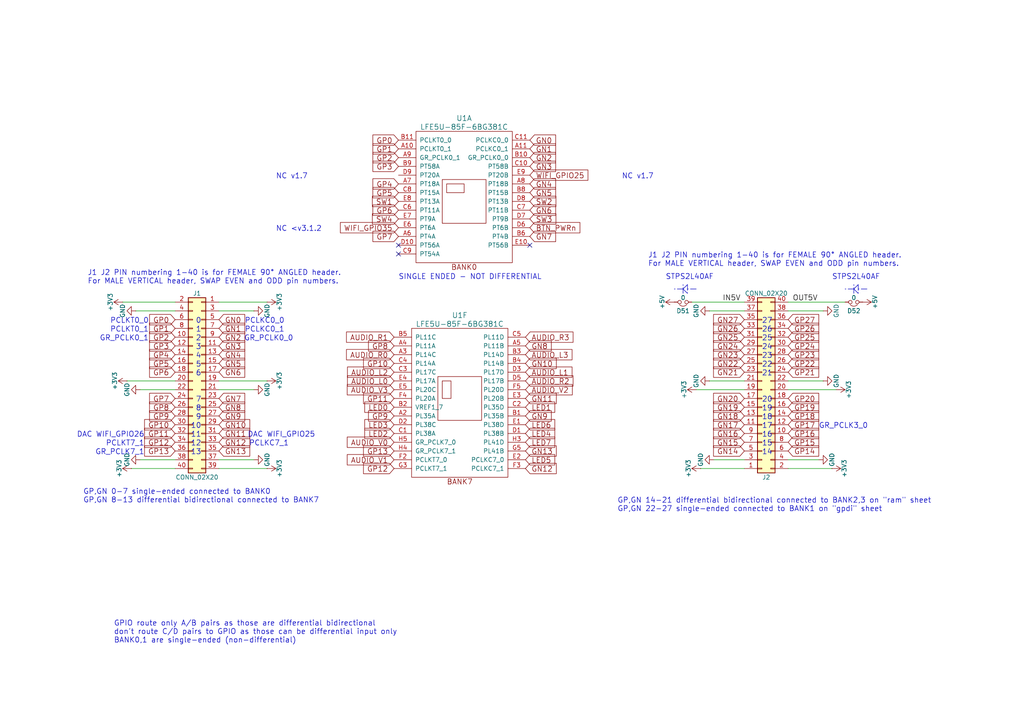
<source format=kicad_sch>
(kicad_sch (version 20250114) (generator "eeschema") (generator_version "9.0")
  (paper "A4")
  (text "STPS2L40AF" (at 193.04 81.28 0) (effects (font (size 1.524 1.524)) (justify left bottom)))
  (text "24" (at 220.98 101.6 0) (effects (font (size 1.524 1.524)) (justify left bottom)))
  (text "0" (at 58.42 93.98 0) (effects (font (size 1.524 1.524)) (justify right bottom)))
  (text "9" (at 58.42 121.92 0) (effects (font (size 1.524 1.524)) (justify right bottom)))
  (text "4" (at 58.42 104.14 0) (effects (font (size 1.524 1.524)) (justify right bottom)))
  (text "11" (at 58.42 127 0) (effects (font (size 1.524 1.524)) (justify right bottom)))
  (text "DAC WIFI_GPIO25" (at 91.44 127 0) (effects (font (size 1.524 1.524)) (justify right bottom)))
  (text "23" (at 220.98 104.14 0) (effects (font (size 1.524 1.524)) (justify left bottom)))
  (text "NC v1.7" (at 180.34 52.07 0) (effects (font (size 1.524 1.524)) (justify left bottom)))
  (text "10" (at 58.42 124.46 0) (effects (font (size 1.524 1.524)) (justify right bottom)))
  (text "14" (at 220.98 132.08 0) (effects (font (size 1.524 1.524)) (justify left bottom)))
  (text "19" (at 220.98 119.38 0) (effects (font (size 1.524 1.524)) (justify left bottom)))
  (text "GP,GN 14-21 differential bidirectional connected to BANK2,3 on \"ram\" sheet\nGP,GN 22-27 single-ended connected to BANK1 on \"gpdi\" sheet" (at 179.07 148.59 0) (effects (font (size 1.524 1.524)) (justify left bottom)))
  (text "PCLKC0_1" (at 82.55 96.52 0) (effects (font (size 1.524 1.524)) (justify right bottom)))
  (text "8" (at 58.42 119.38 0) (effects (font (size 1.524 1.524)) (justify right bottom)))
  (text "20" (at 220.98 116.84 0) (effects (font (size 1.524 1.524)) (justify left bottom)))
  (text "GR_PCLK3_0" (at 237.49 124.46 0) (effects (font (size 1.524 1.524)) (justify left bottom)))
  (text "STPS2L40AF" (at 241.3 81.28 0) (effects (font (size 1.524 1.524)) (justify left bottom)))
  (text "GR_PCLK0_1" (at 43.18 99.06 0) (effects (font (size 1.524 1.524)) (justify right bottom)))
  (text "DAC WIFI_GPIO26" (at 41.91 127 0) (effects (font (size 1.524 1.524)) (justify right bottom)))
  (text "15" (at 220.98 129.54 0) (effects (font (size 1.524 1.524)) (justify left bottom)))
  (text "PCLKC0_0" (at 82.55 93.98 0) (effects (font (size 1.524 1.524)) (justify right bottom)))
  (text "NC v1.7" (at 80.01 52.07 0) (effects (font (size 1.524 1.524)) (justify left bottom)))
  (text "SINGLE ENDED - NOT DIFFERENTIAL" (at 115.57 81.28 0) (effects (font (size 1.524 1.524)) (justify left bottom)))
  (text "16" (at 220.98 127 0) (effects (font (size 1.524 1.524)) (justify left bottom)))
  (text "26" (at 220.98 96.52 0) (effects (font (size 1.524 1.524)) (justify left bottom)))
  (text "J1 J2 PIN numbering 1-40 is for FEMALE 90° ANGLED header.\nFor MALE VERTICAL header, SWAP EVEN and ODD pin numbers." (at 187.96 77.47 0) (effects (font (size 1.524 1.524)) (justify left bottom)))
  (text "3" (at 58.42 101.6 0) (effects (font (size 1.524 1.524)) (justify right bottom)))
  (text "6" (at 58.42 109.22 0) (effects (font (size 1.524 1.524)) (justify right bottom)))
  (text "GR_PCLK7_1" (at 41.91 132.08 0) (effects (font (size 1.524 1.524)) (justify right bottom)))
  (text "5" (at 58.42 106.68 0) (effects (font (size 1.524 1.524)) (justify right bottom)))
  (text "PCLKT0_1" (at 43.18 96.52 0) (effects (font (size 1.524 1.524)) (justify right bottom)))
  (text "GR_PCLK0_0" (at 85.09 99.06 0) (effects (font (size 1.524 1.524)) (justify right bottom)))
  (text "18" (at 220.98 121.92 0) (effects (font (size 1.524 1.524)) (justify left bottom)))
  (text "NC <v3.1.2" (at 80.01 67.31 0) (effects (font (size 1.524 1.524)) (justify left bottom)))
  (text "12" (at 58.42 129.54 0) (effects (font (size 1.524 1.524)) (justify right bottom)))
  (text "PCLKT7_1" (at 41.91 129.54 0) (effects (font (size 1.524 1.524)) (justify right bottom)))
  (text "25" (at 220.98 99.06 0) (effects (font (size 1.524 1.524)) (justify left bottom)))
  (text "13" (at 58.42 132.08 0) (effects (font (size 1.524 1.524)) (justify right bottom)))
  (text "GP,GN 0-7 single-ended connected to BANK0\nGP,GN 8-13 differential bidirectional connected to BANK7" (at 24.13 146.05 0) (effects (font (size 1.524 1.524)) (justify left bottom)))
  (text "J1 J2 PIN numbering 1-40 is for FEMALE 90° ANGLED header.\nFor MALE VERTICAL header, SWAP EVEN and ODD pin numbers." (at 25.4 82.55 0) (effects (font (size 1.524 1.524)) (justify left bottom)))
  (text "2" (at 58.42 99.06 0) (effects (font (size 1.524 1.524)) (justify right bottom)))
  (text "17" (at 220.98 124.46 0) (effects (font (size 1.524 1.524)) (justify left bottom)))
  (text "27" (at 220.98 93.98 0) (effects (font (size 1.524 1.524)) (justify left bottom)))
  (text "1" (at 58.42 96.52 0) (effects (font (size 1.524 1.524)) (justify right bottom)))
  (text "7" (at 58.42 116.84 0) (effects (font (size 1.524 1.524)) (justify right bottom)))
  (text "PCLKC7_1" (at 83.82 129.54 0) (effects (font (size 1.524 1.524)) (justify right bottom)))
  (text "22" (at 220.98 106.68 0) (effects (font (size 1.524 1.524)) (justify left bottom)))
  (text "PCLKT0_0" (at 43.18 93.98 0) (effects (font (size 1.524 1.524)) (justify right bottom)))
  (text "21" (at 220.98 109.22 0) (effects (font (size 1.524 1.524)) (justify left bottom)))
  (text "GPIO route only A/B pairs as those are differential bidirectional\ndon't route C/D pairs to GPIO as those can be differential input only\nBANK0,1 are single-ended (non-differential)" (at 33.02 186.69 0) (effects (font (size 1.524 1.524)) (justify left bottom)))
  (no_connect (at 153.67 71.12))
  (no_connect (at 115.57 71.12))
  (no_connect (at 115.57 73.66))
  (polyline (pts (xy 247.65 83.82) (xy 245.11 83.82)) (stroke (width 0) (type dash)))
  (wire (pts (xy 205.74 90.17) (xy 215.9 90.17)))
  (wire (pts (xy 39.37 90.17) (xy 50.8 90.17)))
  (polyline (pts (xy 199.39 82.55) (xy 198.12 83.82)) (stroke (width 0) (type dash)))
  (wire (pts (xy 73.66 113.03) (xy 63.5 113.03)))
  (polyline (pts (xy 198.12 83.82) (xy 195.58 83.82)) (stroke (width 0) (type dash)))
  (wire (pts (xy 207.01 133.35) (xy 215.9 133.35)))
  (wire (pts (xy 73.66 133.35) (xy 63.5 133.35)))
  (wire (pts (xy 228.6 90.17) (xy 238.76 90.17)))
  (polyline (pts (xy 201.93 83.82) (xy 199.39 83.82)) (stroke (width 0) (type dash)))
  (polyline (pts (xy 251.46 83.82) (xy 248.92 83.82)) (stroke (width 0) (type dash)))
  (wire (pts (xy 50.8 135.89) (xy 38.1 135.89)))
  (wire (pts (xy 228.6 87.63) (xy 245.11 87.63)))
  (wire (pts (xy 73.66 90.17) (xy 63.5 90.17)))
  (polyline (pts (xy 198.12 85.09) (xy 198.12 82.55)) (stroke (width 0) (type dash)))
  (wire (pts (xy 50.8 87.63) (xy 35.56 87.63)))
  (wire (pts (xy 205.74 110.49) (xy 215.9 110.49)))
  (wire (pts (xy 77.47 135.89) (xy 63.5 135.89)))
  (wire (pts (xy 50.8 133.35) (xy 40.64 133.35)))
  (wire (pts (xy 237.49 133.35) (xy 228.6 133.35)))
  (wire (pts (xy 40.64 113.03) (xy 50.8 113.03)))
  (polyline (pts (xy 199.39 82.55) (xy 199.39 85.09)) (stroke (width 0) (type dash)))
  (wire (pts (xy 200.66 87.63) (xy 215.9 87.63)))
  (wire (pts (xy 228.6 135.89) (xy 241.3 135.89)))
  (wire (pts (xy 228.6 113.03) (xy 242.57 113.03)))
  (wire (pts (xy 201.93 113.03) (xy 215.9 113.03)))
  (polyline (pts (xy 198.12 83.82) (xy 199.39 85.09)) (stroke (width 0) (type dash)))
  (polyline (pts (xy 247.65 85.09) (xy 247.65 82.55)) (stroke (width 0) (type dash)))
  (polyline (pts (xy 247.65 83.82) (xy 248.92 85.09)) (stroke (width 0) (type dash)))
  (polyline (pts (xy 248.92 82.55) (xy 248.92 85.09)) (stroke (width 0) (type dash)))
  (wire (pts (xy 50.8 110.49) (xy 36.83 110.49)))
  (wire (pts (xy 238.76 110.49) (xy 228.6 110.49)))
  (polyline (pts (xy 248.92 82.55) (xy 247.65 83.82)) (stroke (width 0) (type dash)))
  (wire (pts (xy 77.47 110.49) (xy 63.5 110.49)))
  (wire (pts (xy 215.9 135.89) (xy 203.2 135.89)))
  (wire (pts (xy 63.5 87.63) (xy 77.47 87.63)))
  (label "OUT5V" (at 229.87 87.63 0) (effects (font (size 1.524 1.524))))
  (label "IN5V" (at 209.55 87.63 0) (effects (font (size 1.524 1.524))))
  (global_label "GN14" (shape input) (at 215.9 130.81 180) (effects (font (size 1.524 1.524))) (property "Intersheetrefs" "${INTERSHEET_REFS}" (effects (hide yes))))
  (global_label "GP9" (shape input) (at 114.3 120.65 180) (effects (font (size 1.524 1.524))) (property "Intersheetrefs" "${INTERSHEET_REFS}" (effects (hide yes))))
  (global_label "AUDIO_L0" (shape input) (at 114.3 110.49 180) (effects (font (size 1.524 1.524))) (property "Intersheetrefs" "${INTERSHEET_REFS}" (effects (hide yes))))
  (global_label "GN5" (shape input) (at 63.5 105.41 0) (effects (font (size 1.524 1.524))) (property "Intersheetrefs" "${INTERSHEET_REFS}" (effects (hide yes))))
  (global_label "GP0" (shape input) (at 115.57 40.64 180) (effects (font (size 1.524 1.524))) (property "Intersheetrefs" "${INTERSHEET_REFS}" (effects (hide yes))))
  (global_label "GP6" (shape input) (at 115.57 60.96 180) (effects (font (size 1.524 1.524))) (property "Intersheetrefs" "${INTERSHEET_REFS}" (effects (hide yes))))
  (global_label "GN2" (shape input) (at 153.67 45.72 0) (effects (font (size 1.524 1.524))) (property "Intersheetrefs" "${INTERSHEET_REFS}" (effects (hide yes))))
  (global_label "LED0" (shape input) (at 114.3 118.11 180) (effects (font (size 1.524 1.524))) (property "Intersheetrefs" "${INTERSHEET_REFS}" (effects (hide yes))))
  (global_label "GN21" (shape input) (at 215.9 107.95 180) (effects (font (size 1.524 1.524))) (property "Intersheetrefs" "${INTERSHEET_REFS}" (effects (hide yes))))
  (global_label "GP27" (shape input) (at 228.6 92.71 0) (effects (font (size 1.524 1.524))) (property "Intersheetrefs" "${INTERSHEET_REFS}" (effects (hide yes))))
  (global_label "GP18" (shape input) (at 228.6 120.65 0) (effects (font (size 1.524 1.524))) (property "Intersheetrefs" "${INTERSHEET_REFS}" (effects (hide yes))))
  (global_label "SW1" (shape input) (at 115.57 58.42 180) (effects (font (size 1.524 1.524))) (property "Intersheetrefs" "${INTERSHEET_REFS}" (effects (hide yes))))
  (global_label "GN12" (shape input) (at 63.5 128.27 0) (effects (font (size 1.524 1.524))) (property "Intersheetrefs" "${INTERSHEET_REFS}" (effects (hide yes))))
  (global_label "GN13" (shape input) (at 152.4 130.81 0) (effects (font (size 1.524 1.524))) (property "Intersheetrefs" "${INTERSHEET_REFS}" (effects (hide yes))))
  (global_label "GP3" (shape input) (at 115.57 48.26 180) (effects (font (size 1.524 1.524))) (property "Intersheetrefs" "${INTERSHEET_REFS}" (effects (hide yes))))
  (global_label "GN7" (shape input) (at 63.5 115.57 0) (effects (font (size 1.524 1.524))) (property "Intersheetrefs" "${INTERSHEET_REFS}" (effects (hide yes))))
  (global_label "AUDIO_R1" (shape input) (at 114.3 97.79 180) (effects (font (size 1.524 1.524))) (property "Intersheetrefs" "${INTERSHEET_REFS}" (effects (hide yes))))
  (global_label "GP11" (shape input) (at 114.3 115.57 180) (effects (font (size 1.524 1.524))) (property "Intersheetrefs" "${INTERSHEET_REFS}" (effects (hide yes))))
  (global_label "GP8" (shape input) (at 50.8 118.11 180) (effects (font (size 1.524 1.524))) (property "Intersheetrefs" "${INTERSHEET_REFS}" (effects (hide yes))))
  (global_label "LED2" (shape input) (at 114.3 125.73 180) (effects (font (size 1.524 1.524))) (property "Intersheetrefs" "${INTERSHEET_REFS}" (effects (hide yes))))
  (global_label "GP11" (shape input) (at 50.8 125.73 180) (effects (font (size 1.524 1.524))) (property "Intersheetrefs" "${INTERSHEET_REFS}" (effects (hide yes))))
  (global_label "GN3" (shape input) (at 63.5 100.33 0) (effects (font (size 1.524 1.524))) (property "Intersheetrefs" "${INTERSHEET_REFS}" (effects (hide yes))))
  (global_label "WIFI_GPIO25" (shape input) (at 153.67 50.8 0) (effects (font (size 1.524 1.524))) (property "Intersheetrefs" "${INTERSHEET_REFS}" (effects (hide yes))))
  (global_label "GN5" (shape input) (at 153.67 55.88 0) (effects (font (size 1.524 1.524))) (property "Intersheetrefs" "${INTERSHEET_REFS}" (effects (hide yes))))
  (global_label "SW3" (shape input) (at 153.67 63.5 0) (effects (font (size 1.524 1.524))) (property "Intersheetrefs" "${INTERSHEET_REFS}" (effects (hide yes))))
  (global_label "AUDIO_L2" (shape input) (at 114.3 107.95 180) (effects (font (size 1.524 1.524))) (property "Intersheetrefs" "${INTERSHEET_REFS}" (effects (hide yes))))
  (global_label "LED7" (shape input) (at 152.4 128.27 0) (effects (font (size 1.524 1.524))) (property "Intersheetrefs" "${INTERSHEET_REFS}" (effects (hide yes))))
  (global_label "GN4" (shape input) (at 63.5 102.87 0) (effects (font (size 1.524 1.524))) (property "Intersheetrefs" "${INTERSHEET_REFS}" (effects (hide yes))))
  (global_label "GN27" (shape input) (at 215.9 92.71 180) (effects (font (size 1.524 1.524))) (property "Intersheetrefs" "${INTERSHEET_REFS}" (effects (hide yes))))
  (global_label "GP26" (shape input) (at 228.6 95.25 0) (effects (font (size 1.524 1.524))) (property "Intersheetrefs" "${INTERSHEET_REFS}" (effects (hide yes))))
  (global_label "GP20" (shape input) (at 228.6 115.57 0) (effects (font (size 1.524 1.524))) (property "Intersheetrefs" "${INTERSHEET_REFS}" (effects (hide yes))))
  (global_label "GN24" (shape input) (at 215.9 100.33 180) (effects (font (size 1.524 1.524))) (property "Intersheetrefs" "${INTERSHEET_REFS}" (effects (hide yes))))
  (global_label "GP4" (shape input) (at 50.8 102.87 180) (effects (font (size 1.524 1.524))) (property "Intersheetrefs" "${INTERSHEET_REFS}" (effects (hide yes))))
  (global_label "GN8" (shape input) (at 152.4 100.33 0) (effects (font (size 1.524 1.524))) (property "Intersheetrefs" "${INTERSHEET_REFS}" (effects (hide yes))))
  (global_label "GP7" (shape input) (at 50.8 115.57 180) (effects (font (size 1.524 1.524))) (property "Intersheetrefs" "${INTERSHEET_REFS}" (effects (hide yes))))
  (global_label "SW2" (shape input) (at 153.67 58.42 0) (effects (font (size 1.524 1.524))) (property "Intersheetrefs" "${INTERSHEET_REFS}" (effects (hide yes))))
  (global_label "GP8" (shape input) (at 114.3 100.33 180) (effects (font (size 1.524 1.524))) (property "Intersheetrefs" "${INTERSHEET_REFS}" (effects (hide yes))))
  (global_label "AUDIO_V0" (shape input) (at 114.3 128.27 180) (effects (font (size 1.524 1.524))) (property "Intersheetrefs" "${INTERSHEET_REFS}" (effects (hide yes))))
  (global_label "GN9" (shape input) (at 63.5 120.65 0) (effects (font (size 1.524 1.524))) (property "Intersheetrefs" "${INTERSHEET_REFS}" (effects (hide yes))))
  (global_label "SW4" (shape input) (at 115.57 63.5 180) (effects (font (size 1.524 1.524))) (property "Intersheetrefs" "${INTERSHEET_REFS}" (effects (hide yes))))
  (global_label "GP5" (shape input) (at 50.8 105.41 180) (effects (font (size 1.524 1.524))) (property "Intersheetrefs" "${INTERSHEET_REFS}" (effects (hide yes))))
  (global_label "GN16" (shape input) (at 215.9 125.73 180) (effects (font (size 1.524 1.524))) (property "Intersheetrefs" "${INTERSHEET_REFS}" (effects (hide yes))))
  (global_label "GN11" (shape input) (at 152.4 115.57 0) (effects (font (size 1.524 1.524))) (property "Intersheetrefs" "${INTERSHEET_REFS}" (effects (hide yes))))
  (global_label "GP1" (shape input) (at 115.57 43.18 180) (effects (font (size 1.524 1.524))) (property "Intersheetrefs" "${INTERSHEET_REFS}" (effects (hide yes))))
  (global_label "GN2" (shape input) (at 63.5 97.79 0) (effects (font (size 1.524 1.524))) (property "Intersheetrefs" "${INTERSHEET_REFS}" (effects (hide yes))))
  (global_label "LED6" (shape input) (at 152.4 123.19 0) (effects (font (size 1.524 1.524))) (property "Intersheetrefs" "${INTERSHEET_REFS}" (effects (hide yes))))
  (global_label "AUDIO_R2" (shape input) (at 152.4 110.49 0) (effects (font (size 1.524 1.524))) (property "Intersheetrefs" "${INTERSHEET_REFS}" (effects (hide yes))))
  (global_label "GP13" (shape input) (at 114.3 130.81 180) (effects (font (size 1.524 1.524))) (property "Intersheetrefs" "${INTERSHEET_REFS}" (effects (hide yes))))
  (global_label "GP3" (shape input) (at 50.8 100.33 180) (effects (font (size 1.524 1.524))) (property "Intersheetrefs" "${INTERSHEET_REFS}" (effects (hide yes))))
  (global_label "GN18" (shape input) (at 215.9 120.65 180) (effects (font (size 1.524 1.524))) (property "Intersheetrefs" "${INTERSHEET_REFS}" (effects (hide yes))))
  (global_label "AUDIO_L1" (shape input) (at 152.4 107.95 0) (effects (font (size 1.524 1.524))) (property "Intersheetrefs" "${INTERSHEET_REFS}" (effects (hide yes))))
  (global_label "GN10" (shape input) (at 152.4 105.41 0) (effects (font (size 1.524 1.524))) (property "Intersheetrefs" "${INTERSHEET_REFS}" (effects (hide yes))))
  (global_label "GN7" (shape input) (at 153.67 68.58 0) (effects (font (size 1.524 1.524))) (property "Intersheetrefs" "${INTERSHEET_REFS}" (effects (hide yes))))
  (global_label "GP21" (shape input) (at 228.6 107.95 0) (effects (font (size 1.524 1.524))) (property "Intersheetrefs" "${INTERSHEET_REFS}" (effects (hide yes))))
  (global_label "GP0" (shape input) (at 50.8 92.71 180) (effects (font (size 1.524 1.524))) (property "Intersheetrefs" "${INTERSHEET_REFS}" (effects (hide yes))))
  (global_label "BTN_PWRn" (shape input) (at 153.67 66.04 0) (effects (font (size 1.524 1.524))) (property "Intersheetrefs" "${INTERSHEET_REFS}" (effects (hide yes))))
  (global_label "GP17" (shape input) (at 228.6 123.19 0) (effects (font (size 1.524 1.524))) (property "Intersheetrefs" "${INTERSHEET_REFS}" (effects (hide yes))))
  (global_label "GN22" (shape input) (at 215.9 105.41 180) (effects (font (size 1.524 1.524))) (property "Intersheetrefs" "${INTERSHEET_REFS}" (effects (hide yes))))
  (global_label "GN26" (shape input) (at 215.9 95.25 180) (effects (font (size 1.524 1.524))) (property "Intersheetrefs" "${INTERSHEET_REFS}" (effects (hide yes))))
  (global_label "GP14" (shape input) (at 228.6 130.81 0) (effects (font (size 1.524 1.524))) (property "Intersheetrefs" "${INTERSHEET_REFS}" (effects (hide yes))))
  (global_label "LED1" (shape input) (at 152.4 118.11 0) (effects (font (size 1.524 1.524))) (property "Intersheetrefs" "${INTERSHEET_REFS}" (effects (hide yes))))
  (global_label "LED3" (shape input) (at 114.3 123.19 180) (effects (font (size 1.524 1.524))) (property "Intersheetrefs" "${INTERSHEET_REFS}" (effects (hide yes))))
  (global_label "GN8" (shape input) (at 63.5 118.11 0) (effects (font (size 1.524 1.524))) (property "Intersheetrefs" "${INTERSHEET_REFS}" (effects (hide yes))))
  (global_label "GN6" (shape input) (at 63.5 107.95 0) (effects (font (size 1.524 1.524))) (property "Intersheetrefs" "${INTERSHEET_REFS}" (effects (hide yes))))
  (global_label "GN19" (shape input) (at 215.9 118.11 180) (effects (font (size 1.524 1.524))) (property "Intersheetrefs" "${INTERSHEET_REFS}" (effects (hide yes))))
  (global_label "AUDIO_L3" (shape input) (at 152.4 102.87 0) (effects (font (size 1.524 1.524))) (property "Intersheetrefs" "${INTERSHEET_REFS}" (effects (hide yes))))
  (global_label "GN0" (shape input) (at 153.67 40.64 0) (effects (font (size 1.524 1.524))) (property "Intersheetrefs" "${INTERSHEET_REFS}" (effects (hide yes))))
  (global_label "GN25" (shape input) (at 215.9 97.79 180) (effects (font (size 1.524 1.524))) (property "Intersheetrefs" "${INTERSHEET_REFS}" (effects (hide yes))))
  (global_label "AUDIO_V3" (shape input) (at 114.3 113.03 180) (effects (font (size 1.524 1.524))) (property "Intersheetrefs" "${INTERSHEET_REFS}" (effects (hide yes))))
  (global_label "GN4" (shape input) (at 153.67 53.34 0) (effects (font (size 1.524 1.524))) (property "Intersheetrefs" "${INTERSHEET_REFS}" (effects (hide yes))))
  (global_label "GN0" (shape input) (at 63.5 92.71 0) (effects (font (size 1.524 1.524))) (property "Intersheetrefs" "${INTERSHEET_REFS}" (effects (hide yes))))
  (global_label "GP22" (shape input) (at 228.6 105.41 0) (effects (font (size 1.524 1.524))) (property "Intersheetrefs" "${INTERSHEET_REFS}" (effects (hide yes))))
  (global_label "GP9" (shape input) (at 50.8 120.65 180) (effects (font (size 1.524 1.524))) (property "Intersheetrefs" "${INTERSHEET_REFS}" (effects (hide yes))))
  (global_label "GN23" (shape input) (at 215.9 102.87 180) (effects (font (size 1.524 1.524))) (property "Intersheetrefs" "${INTERSHEET_REFS}" (effects (hide yes))))
  (global_label "GN1" (shape input) (at 63.5 95.25 0) (effects (font (size 1.524 1.524))) (property "Intersheetrefs" "${INTERSHEET_REFS}" (effects (hide yes))))
  (global_label "GP16" (shape input) (at 228.6 125.73 0) (effects (font (size 1.524 1.524))) (property "Intersheetrefs" "${INTERSHEET_REFS}" (effects (hide yes))))
  (global_label "GP2" (shape input) (at 115.57 45.72 180) (effects (font (size 1.524 1.524))) (property "Intersheetrefs" "${INTERSHEET_REFS}" (effects (hide yes))))
  (global_label "GP12" (shape input) (at 50.8 128.27 180) (effects (font (size 1.524 1.524))) (property "Intersheetrefs" "${INTERSHEET_REFS}" (effects (hide yes))))
  (global_label "GP12" (shape input) (at 114.3 135.89 180) (effects (font (size 1.524 1.524))) (property "Intersheetrefs" "${INTERSHEET_REFS}" (effects (hide yes))))
  (global_label "GN1" (shape input) (at 153.67 43.18 0) (effects (font (size 1.524 1.524))) (property "Intersheetrefs" "${INTERSHEET_REFS}" (effects (hide yes))))
  (global_label "GN6" (shape input) (at 153.67 60.96 0) (effects (font (size 1.524 1.524))) (property "Intersheetrefs" "${INTERSHEET_REFS}" (effects (hide yes))))
  (global_label "GP4" (shape input) (at 115.57 53.34 180) (effects (font (size 1.524 1.524))) (property "Intersheetrefs" "${INTERSHEET_REFS}" (effects (hide yes))))
  (global_label "GN11" (shape input) (at 63.5 125.73 0) (effects (font (size 1.524 1.524))) (property "Intersheetrefs" "${INTERSHEET_REFS}" (effects (hide yes))))
  (global_label "GN10" (shape input) (at 63.5 123.19 0) (effects (font (size 1.524 1.524))) (property "Intersheetrefs" "${INTERSHEET_REFS}" (effects (hide yes))))
  (global_label "GN13" (shape input) (at 63.5 130.81 0) (effects (font (size 1.524 1.524))) (property "Intersheetrefs" "${INTERSHEET_REFS}" (effects (hide yes))))
  (global_label "GP19" (shape input) (at 228.6 118.11 0) (effects (font (size 1.524 1.524))) (property "Intersheetrefs" "${INTERSHEET_REFS}" (effects (hide yes))))
  (global_label "GP13" (shape input) (at 50.8 130.81 180) (effects (font (size 1.524 1.524))) (property "Intersheetrefs" "${INTERSHEET_REFS}" (effects (hide yes))))
  (global_label "GP25" (shape input) (at 228.6 97.79 0) (effects (font (size 1.524 1.524))) (property "Intersheetrefs" "${INTERSHEET_REFS}" (effects (hide yes))))
  (global_label "GP5" (shape input) (at 115.57 55.88 180) (effects (font (size 1.524 1.524))) (property "Intersheetrefs" "${INTERSHEET_REFS}" (effects (hide yes))))
  (global_label "GN15" (shape input) (at 215.9 128.27 180) (effects (font (size 1.524 1.524))) (property "Intersheetrefs" "${INTERSHEET_REFS}" (effects (hide yes))))
  (global_label "GP15" (shape input) (at 228.6 128.27 0) (effects (font (size 1.524 1.524))) (property "Intersheetrefs" "${INTERSHEET_REFS}" (effects (hide yes))))
  (global_label "LED5" (shape input) (at 152.4 133.35 0) (effects (font (size 1.524 1.524))) (property "Intersheetrefs" "${INTERSHEET_REFS}" (effects (hide yes))))
  (global_label "GP24" (shape input) (at 228.6 100.33 0) (effects (font (size 1.524 1.524))) (property "Intersheetrefs" "${INTERSHEET_REFS}" (effects (hide yes))))
  (global_label "GP2" (shape input) (at 50.8 97.79 180) (effects (font (size 1.524 1.524))) (property "Intersheetrefs" "${INTERSHEET_REFS}" (effects (hide yes))))
  (global_label "GP7" (shape input) (at 115.57 68.58 180) (effects (font (size 1.524 1.524))) (property "Intersheetrefs" "${INTERSHEET_REFS}" (effects (hide yes))))
  (global_label "GP10" (shape input) (at 50.8 123.19 180) (effects (font (size 1.524 1.524))) (property "Intersheetrefs" "${INTERSHEET_REFS}" (effects (hide yes))))
  (global_label "GN9" (shape input) (at 152.4 120.65 0) (effects (font (size 1.524 1.524))) (property "Intersheetrefs" "${INTERSHEET_REFS}" (effects (hide yes))))
  (global_label "GP1" (shape input) (at 50.8 95.25 180) (effects (font (size 1.524 1.524))) (property "Intersheetrefs" "${INTERSHEET_REFS}" (effects (hide yes))))
  (global_label "GP23" (shape input) (at 228.6 102.87 0) (effects (font (size 1.524 1.524))) (property "Intersheetrefs" "${INTERSHEET_REFS}" (effects (hide yes))))
  (global_label "WIFI_GPIO35" (shape input) (at 115.57 66.04 180) (effects (font (size 1.524 1.524))) (property "Intersheetrefs" "${INTERSHEET_REFS}" (effects (hide yes))))
  (global_label "AUDIO_V2" (shape input) (at 152.4 113.03 0) (effects (font (size 1.524 1.524))) (property "Intersheetrefs" "${INTERSHEET_REFS}" (effects (hide yes))))
  (global_label "GN3" (shape input) (at 153.67 48.26 0) (effects (font (size 1.524 1.524))) (property "Intersheetrefs" "${INTERSHEET_REFS}" (effects (hide yes))))
  (global_label "GN12" (shape input) (at 152.4 135.89 0) (effects (font (size 1.524 1.524))) (property "Intersheetrefs" "${INTERSHEET_REFS}" (effects (hide yes))))
  (global_label "GN20" (shape input) (at 215.9 115.57 180) (effects (font (size 1.524 1.524))) (property "Intersheetrefs" "${INTERSHEET_REFS}" (effects (hide yes))))
  (global_label "AUDIO_R0" (shape input) (at 114.3 102.87 180) (effects (font (size 1.524 1.524))) (property "Intersheetrefs" "${INTERSHEET_REFS}" (effects (hide yes))))
  (global_label "LED4" (shape input) (at 152.4 125.73 0) (effects (font (size 1.524 1.524))) (property "Intersheetrefs" "${INTERSHEET_REFS}" (effects (hide yes))))
  (global_label "AUDIO_V1" (shape input) (at 114.3 133.35 180) (effects (font (size 1.524 1.524))) (property "Intersheetrefs" "${INTERSHEET_REFS}" (effects (hide yes))))
  (global_label "GN17" (shape input) (at 215.9 123.19 180) (effects (font (size 1.524 1.524))) (property "Intersheetrefs" "${INTERSHEET_REFS}" (effects (hide yes))))
  (global_label "GP6" (shape input) (at 50.8 107.95 180) (effects (font (size 1.524 1.524))) (property "Intersheetrefs" "${INTERSHEET_REFS}" (effects (hide yes))))
  (global_label "AUDIO_R3" (shape input) (at 152.4 97.79 0) (effects (font (size 1.524 1.524))) (property "Intersheetrefs" "${INTERSHEET_REFS}" (effects (hide yes))))
  (global_label "GP10" (shape input) (at 114.3 105.41 180) (effects (font (size 1.524 1.524))) (property "Intersheetrefs" "${INTERSHEET_REFS}" (effects (hide yes))))
  (symbol (lib_id "power:GND") (at 207.01 133.35 270) (mirror x) (unit 1)
    (property "Reference" "#PWR016" (effects (hide yes)))
    (property "Value" "GND" (at 203.2 133.35 0))
  )
  (symbol (lib_id "power:GND") (at 237.49 133.35 90) (unit 1)
    (property "Reference" "#PWR017" (effects (hide yes)))
    (property "Value" "GND" (at 241.3 133.35 0))
  )
  (symbol (lib_id "Device:Jumper_NC_Small") (at 198.12 87.63 0) (mirror x) (unit 1)
    (property "Reference" "D51" (at 198.12 90.17 0))
    (property "Value" "0" (at 198.12 86.36 0))
    (property "Footprint" "jumper:D_SMA_Jumper_NC" (effects (hide yes)))
    (property "Note" "Leave empty" (effects (hide yes)))
  )
  (symbol (lib_id "Device:Jumper_NC_Small") (at 247.65 87.63 0) (mirror x) (unit 1)
    (property "Reference" "D52" (at 247.65 90.17 0))
    (property "Value" "0" (at 247.65 86.36 0))
    (property "Footprint" "jumper:D_SMA_Jumper_NC" (effects (hide yes)))
    (property "Note" "Leave empty" (effects (hide yes)))
  )
  (symbol (lib_id "power:+5V") (at 195.58 87.63 90) (mirror x) (unit 1)
    (property "Reference" "#PWR011" (effects (hide yes)))
    (property "Value" "+5V" (at 192.024 87.63 0))
  )
  (symbol (lib_id "power:+3V3") (at 241.3 135.89 270) (mirror x) (unit 1)
    (property "Reference" "#PWR020" (effects (hide yes)))
    (property "Value" "+3V3" (at 244.856 135.89 0))
  )
  (symbol (lib_id "power:+3V3") (at 203.2 135.89 90) (mirror x) (unit 1)
    (property "Reference" "#PWR013" (effects (hide yes)))
    (property "Value" "+3V3" (at 199.644 135.89 0))
  )
  (symbol (lib_id "Connector_Generic:Conn_02x20_Odd_Even") (at 220.98 113.03 0) (mirror x) (unit 1)
    (property "Reference" "J2" (at 222.25 138.43 0))
    (property "Value" "CONN_02X20" (at 222.25 85.09 0))
    (property "Footprint" "Socket_Strips:Socket_Strip_Angled_2x20" (effects (hide yes)))
    (property "Note" "Leave empty" (effects (hide yes)))
  )
  (symbol (lib_id "Connector_Generic:Conn_02x20_Odd_Even") (at 58.42 110.49 0) (mirror y) (unit 1)
    (property "Reference" "J1" (at 57.15 85.09 0))
    (property "Value" "CONN_02X20" (at 57.15 138.43 0))
    (property "Footprint" "Socket_Strips:Socket_Strip_Angled_2x20" (effects (hide yes)))
    (property "Note" "Leave empty" (effects (hide yes)))
  )
  (symbol (lib_id "power:GND") (at 205.74 110.49 270) (mirror x) (unit 1)
    (property "Reference" "#PWR014" (effects (hide yes)))
    (property "Value" "GND" (at 201.93 110.49 0))
  )
  (symbol (lib_id "power:+3V3") (at 201.93 113.03 90) (mirror x) (unit 1)
    (property "Reference" "#PWR012" (effects (hide yes)))
    (property "Value" "+3V3" (at 198.374 113.03 0))
  )
  (symbol (lib_id "power:GND") (at 238.76 110.49 90) (unit 1)
    (property "Reference" "#PWR018" (effects (hide yes)))
    (property "Value" "GND" (at 242.57 110.49 0))
  )
  (symbol (lib_id "power:+3V3") (at 242.57 113.03 270) (mirror x) (unit 1)
    (property "Reference" "#PWR021" (effects (hide yes)))
    (property "Value" "+3V3" (at 246.126 113.03 0))
  )
  (symbol (lib_id "power:GND") (at 205.74 90.17 270) (mirror x) (unit 1)
    (property "Reference" "#PWR015" (effects (hide yes)))
    (property "Value" "GND" (at 201.93 90.17 0))
  )
  (symbol (lib_id "power:GND") (at 238.76 90.17 90) (unit 1)
    (property "Reference" "#PWR019" (effects (hide yes)))
    (property "Value" "GND" (at 242.57 90.17 0))
  )
  (symbol (lib_id "power:GND") (at 73.66 90.17 90) (mirror x) (unit 1)
    (property "Reference" "#PWR05" (effects (hide yes)))
    (property "Value" "GND" (at 77.47 90.17 0))
  )
  (symbol (lib_id "power:GND") (at 73.66 113.03 90) (mirror x) (unit 1)
    (property "Reference" "#PWR06" (effects (hide yes)))
    (property "Value" "GND" (at 77.47 113.03 0))
  )
  (symbol (lib_id "power:GND") (at 73.66 133.35 90) (mirror x) (unit 1)
    (property "Reference" "#PWR07" (effects (hide yes)))
    (property "Value" "GND" (at 77.47 133.35 0))
  )
  (symbol (lib_id "power:GND") (at 39.37 90.17 270) (unit 1)
    (property "Reference" "#PWR010" (effects (hide yes)))
    (property "Value" "GND" (at 35.56 90.17 0))
  )
  (symbol (lib_id "power:GND") (at 40.64 113.03 270) (unit 1)
    (property "Reference" "#PWR08" (effects (hide yes)))
    (property "Value" "GND" (at 36.83 113.03 0))
  )
  (symbol (lib_id "power:GND") (at 40.64 133.35 270) (unit 1)
    (property "Reference" "#PWR09" (effects (hide yes)))
    (property "Value" "GND" (at 36.83 133.35 0))
  )
  (symbol (lib_id "power:+5V") (at 250.19 87.63 270) (mirror x) (unit 1)
    (property "Reference" "#PWR022" (effects (hide yes)))
    (property "Value" "+5V" (at 253.746 87.63 0))
  )
  (symbol (lib_id "power:+3V3") (at 77.47 87.63 270) (mirror x) (unit 1)
    (property "Reference" "#PWR025" (effects (hide yes)))
    (property "Value" "+3V3" (at 81.026 87.63 0))
  )
  (symbol (lib_id "power:+3V3") (at 77.47 110.49 270) (mirror x) (unit 1)
    (property "Reference" "#PWR024" (effects (hide yes)))
    (property "Value" "+3V3" (at 81.026 110.49 0))
  )
  (symbol (lib_id "lfe5bg381:LFE5UM-85F-6BG381C") (at 134.62 58.42 0) (unit 1)
    (property "Reference" "U1" (at 134.62 34.29 0) (effects (font (size 1.524 1.524))))
    (property "Value" "LFE5U-85F-6BG381C" (at 134.62 36.83 0) (effects (font (size 1.524 1.524))))
    (property "Footprint" "lfe5bg381:BGA-381_pitch0.8mm_dia0.4mm" (effects (hide yes)))
    (property "Datasheet" "http://www.latticesemi.com/~/media/LatticeSemi/Documents/DataSheets/ECP5/FPGA-DS-02012.pdf" (effects (hide yes)))
    (property "MPN" "LFE5U-85F-6BG381C" (effects (hide yes)))
  )
  (symbol (lib_id "power:+3V3") (at 35.56 87.63 90) (mirror x) (unit 1)
    (property "Reference" "#PWR02" (effects (hide yes)))
    (property "Value" "+3V3" (at 32.004 87.63 0))
  )
  (symbol (lib_id "power:+3V3") (at 38.1 135.89 90) (mirror x) (unit 1)
    (property "Reference" "#PWR04" (effects (hide yes)))
    (property "Value" "+3V3" (at 34.544 135.89 0))
  )
  (symbol (lib_id "power:+3V3") (at 77.47 135.89 270) (mirror x) (unit 1)
    (property "Reference" "#PWR023" (effects (hide yes)))
    (property "Value" "+3V3" (at 81.026 135.89 0))
  )
  (symbol (lib_id "power:+3V3") (at 36.83 110.49 90) (mirror x) (unit 1)
    (property "Reference" "#PWR03" (effects (hide yes)))
    (property "Value" "+3V3" (at 33.274 110.49 0))
  )
  (symbol (lib_id "lfe5bg381:LFE5UM-85F-6BG381C") (at 133.35 115.57 0) (unit 6)
    (property "Reference" "U1" (at 133.35 91.44 0) (effects (font (size 1.524 1.524))))
    (property "Value" "LFE5U-85F-6BG381C" (at 133.35 93.98 0) (effects (font (size 1.524 1.524))))
    (property "Footprint" "lfe5bg381:BGA-381_pitch0.8mm_dia0.4mm" (effects (hide yes)))
    (property "Datasheet" "http://www.latticesemi.com/~/media/LatticeSemi/Documents/DataSheets/ECP5/FPGA-DS-02012.pdf" (effects (hide yes)))
    (property "MPN" "LFE5U-85F-6BG381C" (effects (hide yes)))
  )
)
</source>
